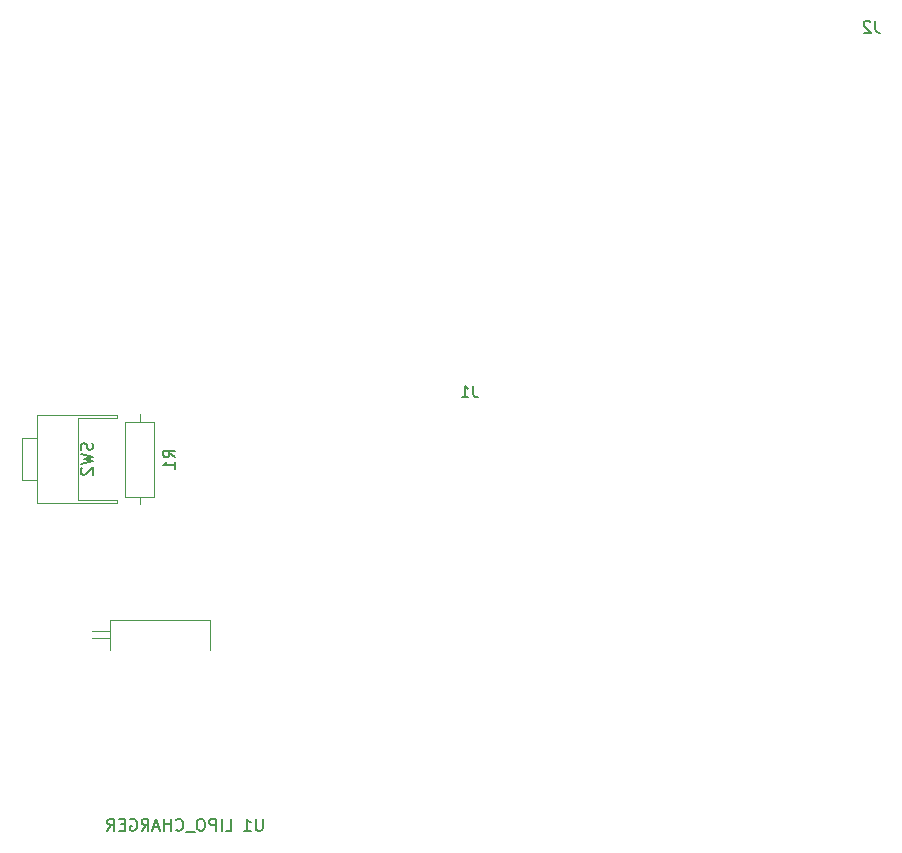
<source format=gbr>
G04 #@! TF.GenerationSoftware,KiCad,Pcbnew,(5.1.9-0-10_14)*
G04 #@! TF.CreationDate,2021-06-07T20:14:56-07:00*
G04 #@! TF.ProjectId,system,73797374-656d-42e6-9b69-6361645f7063,1.0-dev5*
G04 #@! TF.SameCoordinates,Original*
G04 #@! TF.FileFunction,Other,Fab,Bot*
%FSLAX46Y46*%
G04 Gerber Fmt 4.6, Leading zero omitted, Abs format (unit mm)*
G04 Created by KiCad (PCBNEW (5.1.9-0-10_14)) date 2021-06-07 20:14:56*
%MOMM*%
%LPD*%
G01*
G04 APERTURE LIST*
%ADD10C,0.100000*%
%ADD11C,0.150000*%
G04 APERTURE END LIST*
D10*
X117726000Y-131699000D02*
X109220000Y-131699000D01*
X109216000Y-132669000D02*
X107696000Y-132669000D01*
X107696000Y-133269000D02*
X109216000Y-133269000D01*
X109220000Y-134239000D02*
X109220000Y-131699000D01*
X117726000Y-134239000D02*
X117726000Y-131699000D01*
X110510000Y-114960000D02*
X113010000Y-114960000D01*
X113010000Y-114960000D02*
X113010000Y-121260000D01*
X113010000Y-121260000D02*
X110510000Y-121260000D01*
X110510000Y-121260000D02*
X110510000Y-114960000D01*
X111760000Y-114300000D02*
X111760000Y-114960000D01*
X111760000Y-121920000D02*
X111760000Y-121260000D01*
X101814000Y-116324000D02*
X103074000Y-116324000D01*
X101814000Y-119824000D02*
X103074000Y-119824000D01*
X101814000Y-116324000D02*
X101814000Y-119824000D01*
X109864000Y-121524000D02*
X106524000Y-121524000D01*
X109864000Y-114324000D02*
X109864000Y-114624000D01*
X106524000Y-114624000D02*
X106524000Y-121524000D01*
X109864000Y-121824000D02*
X103074000Y-121824000D01*
X103074000Y-114324000D02*
X103074000Y-121824000D01*
X109864000Y-114324000D02*
X103074000Y-114324000D01*
X109864000Y-121524000D02*
X109864000Y-121824000D01*
X109864000Y-114624000D02*
X106524000Y-114624000D01*
D11*
X174069333Y-80986380D02*
X174069333Y-81700666D01*
X174116952Y-81843523D01*
X174212190Y-81938761D01*
X174355047Y-81986380D01*
X174450285Y-81986380D01*
X173640761Y-81081619D02*
X173593142Y-81034000D01*
X173497904Y-80986380D01*
X173259809Y-80986380D01*
X173164571Y-81034000D01*
X173116952Y-81081619D01*
X173069333Y-81176857D01*
X173069333Y-81272095D01*
X173116952Y-81414952D01*
X173688380Y-81986380D01*
X173069333Y-81986380D01*
X140033333Y-111864480D02*
X140033333Y-112578766D01*
X140080952Y-112721623D01*
X140176190Y-112816861D01*
X140319047Y-112864480D01*
X140414285Y-112864480D01*
X139033333Y-112864480D02*
X139604761Y-112864480D01*
X139319047Y-112864480D02*
X139319047Y-111864480D01*
X139414285Y-112007338D01*
X139509523Y-112102576D01*
X139604761Y-112150195D01*
X114752380Y-117943333D02*
X114276190Y-117610000D01*
X114752380Y-117371904D02*
X113752380Y-117371904D01*
X113752380Y-117752857D01*
X113800000Y-117848095D01*
X113847619Y-117895714D01*
X113942857Y-117943333D01*
X114085714Y-117943333D01*
X114180952Y-117895714D01*
X114228571Y-117848095D01*
X114276190Y-117752857D01*
X114276190Y-117371904D01*
X114752380Y-118895714D02*
X114752380Y-118324285D01*
X114752380Y-118610000D02*
X113752380Y-118610000D01*
X113895238Y-118514761D01*
X113990476Y-118419523D01*
X114038095Y-118324285D01*
X107748761Y-116740666D02*
X107796380Y-116883523D01*
X107796380Y-117121619D01*
X107748761Y-117216857D01*
X107701142Y-117264476D01*
X107605904Y-117312095D01*
X107510666Y-117312095D01*
X107415428Y-117264476D01*
X107367809Y-117216857D01*
X107320190Y-117121619D01*
X107272571Y-116931142D01*
X107224952Y-116835904D01*
X107177333Y-116788285D01*
X107082095Y-116740666D01*
X106986857Y-116740666D01*
X106891619Y-116788285D01*
X106844000Y-116835904D01*
X106796380Y-116931142D01*
X106796380Y-117169238D01*
X106844000Y-117312095D01*
X106796380Y-117645428D02*
X107796380Y-117883523D01*
X107082095Y-118074000D01*
X107796380Y-118264476D01*
X106796380Y-118502571D01*
X106891619Y-118835904D02*
X106844000Y-118883523D01*
X106796380Y-118978761D01*
X106796380Y-119216857D01*
X106844000Y-119312095D01*
X106891619Y-119359714D01*
X106986857Y-119407333D01*
X107082095Y-119407333D01*
X107224952Y-119359714D01*
X107796380Y-118788285D01*
X107796380Y-119407333D01*
X122173904Y-148550380D02*
X122173904Y-149359904D01*
X122126285Y-149455142D01*
X122078666Y-149502761D01*
X121983428Y-149550380D01*
X121792952Y-149550380D01*
X121697714Y-149502761D01*
X121650095Y-149455142D01*
X121602476Y-149359904D01*
X121602476Y-148550380D01*
X120602476Y-149550380D02*
X121173904Y-149550380D01*
X120888190Y-149550380D02*
X120888190Y-148550380D01*
X120983428Y-148693238D01*
X121078666Y-148788476D01*
X121173904Y-148836095D01*
X119038095Y-149550380D02*
X119514285Y-149550380D01*
X119514285Y-148550380D01*
X118704761Y-149550380D02*
X118704761Y-148550380D01*
X118228571Y-149550380D02*
X118228571Y-148550380D01*
X117847619Y-148550380D01*
X117752380Y-148598000D01*
X117704761Y-148645619D01*
X117657142Y-148740857D01*
X117657142Y-148883714D01*
X117704761Y-148978952D01*
X117752380Y-149026571D01*
X117847619Y-149074190D01*
X118228571Y-149074190D01*
X117038095Y-148550380D02*
X116847619Y-148550380D01*
X116752380Y-148598000D01*
X116657142Y-148693238D01*
X116609523Y-148883714D01*
X116609523Y-149217047D01*
X116657142Y-149407523D01*
X116752380Y-149502761D01*
X116847619Y-149550380D01*
X117038095Y-149550380D01*
X117133333Y-149502761D01*
X117228571Y-149407523D01*
X117276190Y-149217047D01*
X117276190Y-148883714D01*
X117228571Y-148693238D01*
X117133333Y-148598000D01*
X117038095Y-148550380D01*
X116419047Y-149645619D02*
X115657142Y-149645619D01*
X114847619Y-149455142D02*
X114895238Y-149502761D01*
X115038095Y-149550380D01*
X115133333Y-149550380D01*
X115276190Y-149502761D01*
X115371428Y-149407523D01*
X115419047Y-149312285D01*
X115466666Y-149121809D01*
X115466666Y-148978952D01*
X115419047Y-148788476D01*
X115371428Y-148693238D01*
X115276190Y-148598000D01*
X115133333Y-148550380D01*
X115038095Y-148550380D01*
X114895238Y-148598000D01*
X114847619Y-148645619D01*
X114419047Y-149550380D02*
X114419047Y-148550380D01*
X114419047Y-149026571D02*
X113847619Y-149026571D01*
X113847619Y-149550380D02*
X113847619Y-148550380D01*
X113419047Y-149264666D02*
X112942857Y-149264666D01*
X113514285Y-149550380D02*
X113180952Y-148550380D01*
X112847619Y-149550380D01*
X111942857Y-149550380D02*
X112276190Y-149074190D01*
X112514285Y-149550380D02*
X112514285Y-148550380D01*
X112133333Y-148550380D01*
X112038095Y-148598000D01*
X111990476Y-148645619D01*
X111942857Y-148740857D01*
X111942857Y-148883714D01*
X111990476Y-148978952D01*
X112038095Y-149026571D01*
X112133333Y-149074190D01*
X112514285Y-149074190D01*
X110990476Y-148598000D02*
X111085714Y-148550380D01*
X111228571Y-148550380D01*
X111371428Y-148598000D01*
X111466666Y-148693238D01*
X111514285Y-148788476D01*
X111561904Y-148978952D01*
X111561904Y-149121809D01*
X111514285Y-149312285D01*
X111466666Y-149407523D01*
X111371428Y-149502761D01*
X111228571Y-149550380D01*
X111133333Y-149550380D01*
X110990476Y-149502761D01*
X110942857Y-149455142D01*
X110942857Y-149121809D01*
X111133333Y-149121809D01*
X110514285Y-149026571D02*
X110180952Y-149026571D01*
X110038095Y-149550380D02*
X110514285Y-149550380D01*
X110514285Y-148550380D01*
X110038095Y-148550380D01*
X109038095Y-149550380D02*
X109371428Y-149074190D01*
X109609523Y-149550380D02*
X109609523Y-148550380D01*
X109228571Y-148550380D01*
X109133333Y-148598000D01*
X109085714Y-148645619D01*
X109038095Y-148740857D01*
X109038095Y-148883714D01*
X109085714Y-148978952D01*
X109133333Y-149026571D01*
X109228571Y-149074190D01*
X109609523Y-149074190D01*
M02*

</source>
